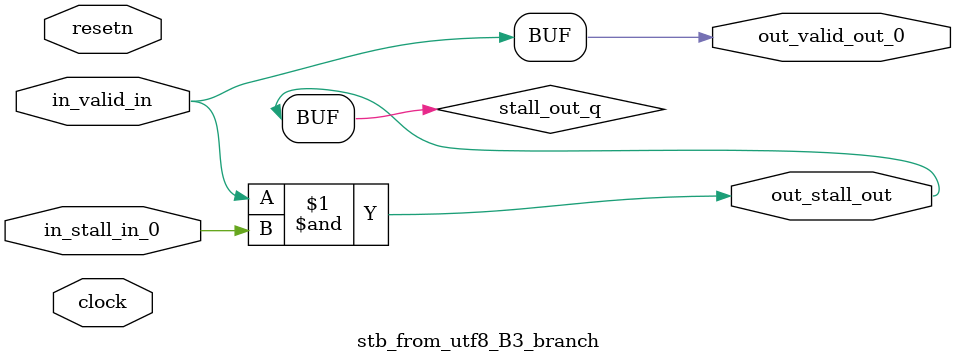
<source format=sv>



(* altera_attribute = "-name AUTO_SHIFT_REGISTER_RECOGNITION OFF; -name MESSAGE_DISABLE 10036; -name MESSAGE_DISABLE 10037; -name MESSAGE_DISABLE 14130; -name MESSAGE_DISABLE 14320; -name MESSAGE_DISABLE 15400; -name MESSAGE_DISABLE 14130; -name MESSAGE_DISABLE 10036; -name MESSAGE_DISABLE 12020; -name MESSAGE_DISABLE 12030; -name MESSAGE_DISABLE 12010; -name MESSAGE_DISABLE 12110; -name MESSAGE_DISABLE 14320; -name MESSAGE_DISABLE 13410; -name MESSAGE_DISABLE 113007; -name MESSAGE_DISABLE 10958" *)
module stb_from_utf8_B3_branch (
    input wire [0:0] in_stall_in_0,
    input wire [0:0] in_valid_in,
    output wire [0:0] out_stall_out,
    output wire [0:0] out_valid_out_0,
    input wire clock,
    input wire resetn
    );

    wire [0:0] stall_out_q;


    // stall_out(LOGICAL,6)
    assign stall_out_q = in_valid_in & in_stall_in_0;

    // out_stall_out(GPOUT,4)
    assign out_stall_out = stall_out_q;

    // out_valid_out_0(GPOUT,5)
    assign out_valid_out_0 = in_valid_in;

endmodule

</source>
